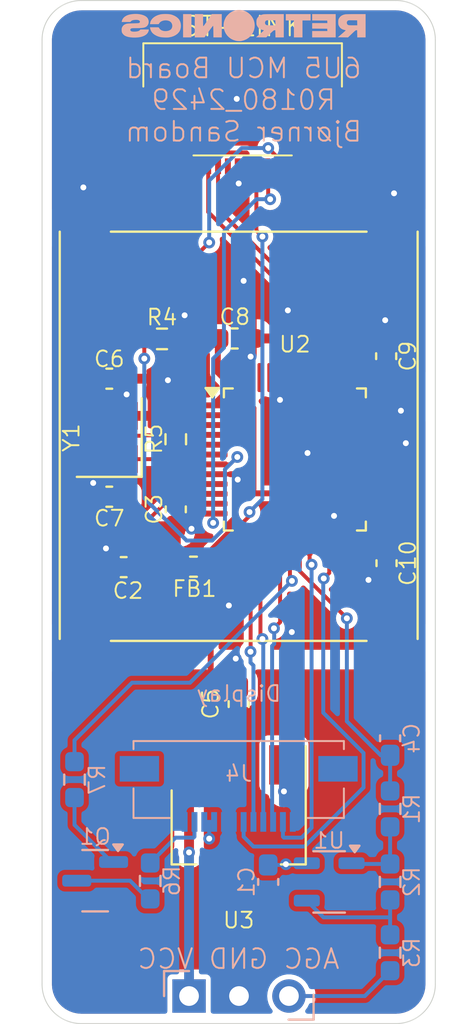
<source format=kicad_pcb>
(kicad_pcb (version 20240108) (generator "pcbnew") (generator_version "8.0")
  (layers (0 "F.Cu" signal) (31 "B.Cu" signal) (34 "B.Paste" user) (35 "F.Paste" user) (36 "B.SilkS" user "B.Silkscreen") (37 "F.SilkS" user "F.Silkscreen") (38 "B.Mask" user) (39 "F.Mask" user) (44 "Edge.Cuts" user))
  (net 0 "")
  (net 1 "GND")
  (net 2 "+3.3V")
  (net 3 "Net-(U2-3V3A)")
  (net 4 "AGC_INV")
  (net 5 "Net-(U2-OSC_8M_A)")
  (net 6 "Net-(U2-OSC_8M_B)")
  (net 7 "Net-(J1-Pin_1)")
  (net 8 "/AGC")
  (net 9 "TX2")
  (net 11 "~{RESET}")
  (net 12 "RX2")
  (net 13 "SWCLK")
  (net 14 "SWDIO")
  (net 15 "DISP_SCL")
  (net 16 "DISP_RST")
  (net 17 "DISP_CS")
  (net 18 "DISP_SDA")
  (net 19 "DISP_DC")
  (net 20 "Net-(Q1-C)")
  (net 21 "Net-(Q1-B)")
  (net 22 "Net-(R1-Pad1)")
  (net 23 "Net-(U1--)")
  (net 46 "DISP_LEDK")
  (net 47 "DISP_BLK")
  (footprint "Capacitor_SMD:C_0603_1608Metric_Pad1.08x0.95mm_HandSolder" (layer "F.Cu") (at 149.8 65.178125)
    (property "Reference" "C8" (at 0 -1.1 0) (layer "F.SilkS") (effects (font (size 0.8 0.8) (thickness 0.1))))
    (property "Value" "100nF")
    (pad "1" smd roundrect (at -0.8625 0) (size 1.075 0.95) (layers "F.Cu" "F.Paste" "F.Mask") (net 2 "+3.3V"))
    (pad "2" smd roundrect (at 0.8625 0) (size 1.075 0.95) (layers "F.Cu" "F.Paste" "F.Mask") (net 1 "GND"))
  )
  (footprint "Capacitor_SMD:C_0603_1608Metric_Pad1.08x0.95mm_HandSolder" (layer "F.Cu") (at 157.5 66.078125 90)
    (property "Reference" "C9" (at 0 1.1 90) (layer "F.SilkS") (effects (font (size 0.8 0.8) (thickness 0.1))))
    (property "Value" "100nF")
    (pad "1" smd roundrect (at -0.8625 0 90) (size 1.075 0.95) (layers "F.Cu" "F.Paste" "F.Mask") (net 2 "+3.3V"))
    (pad "2" smd roundrect (at 0.8625 0 90) (size 1.075 0.95) (layers "F.Cu" "F.Paste" "F.Mask") (net 1 "GND"))
  )
  (footprint "Retronics_Hardware:EMI_Shield_MS207-10S" (layer "F.Cu") (at 155.7 59.75 -90)
    (property "Reference" "J2" (hide yes))
    (property "Value" "EMI Shield")
    (pad "1" smd roundrect (at -0.2 -2.1) (size 2.286 1.524) (layers "F.Cu" "F.Paste" "F.Mask") (net 1 "GND"))
    (pad "1" smd roundrect (at -0.2 13.5) (size 2.286 1.524) (layers "F.Cu" "F.Paste" "F.Mask") (net 1 "GND"))
    (pad "1" smd roundrect (at 20.9 -2.1) (size 2.286 1.524) (layers "F.Cu" "F.Paste" "F.Mask") (net 1 "GND"))
    (pad "1" smd roundrect (at 20.9 13.5) (size 2.286 1.524) (layers "F.Cu" "F.Paste" "F.Mask") (net 1 "GND"))
  )
  (footprint "Inductor_SMD:L_0603_1608Metric_Pad1.05x0.95mm_HandSolder" (layer "F.Cu") (at 147.7 76.778125)
    (property "Reference" "FB1" (at 0.05 1.121875 0) (layer "F.SilkS") (effects (font (size 0.8 0.8) (thickness 0.1))))
    (property "Value" "1kΩ@100MHz 500mΩ@DC")
    (pad "1" smd roundrect (at -0.875 0) (size 1.05 0.95) (layers "F.Cu" "F.Paste" "F.Mask") (net 3 "Net-(U2-3V3A)"))
    (pad "2" smd roundrect (at 0.875 0) (size 1.05 0.95) (layers "F.Cu" "F.Paste" "F.Mask") (net 2 "+3.3V"))
  )
  (footprint "Retronics_IC_Power:SOT-223-3_TabPin2" (layer "F.Cu") (at 150 90 -90)
    (property "Reference" "U3" (at 4.75 0 180) (layer "F.SilkS") (effects (font (size 0.8 0.8) (thickness 0.1))))
    (property "Value" "NCP1117-3.3_SOT223")
    (pad "1" smd rect (at -3.15 -2.3 270) (size 2 1.5) (layers "F.Cu" "F.Paste" "F.Mask") (net 1 "GND"))
    (pad "2" smd rect (at -3.15 0 270) (size 2 1.5) (layers "F.Cu" "F.Paste" "F.Mask") (net 2 "+3.3V"))
    (pad "2" smd rect (at 3.15 0 270) (size 2 3.8) (layers "F.Cu" "F.Paste" "F.Mask") (net 2 "+3.3V"))
    (pad "3" smd rect (at -3.15 2.3 270) (size 2 1.5) (layers "F.Cu" "F.Paste" "F.Mask") (net 7 "Net-(J1-Pin_1)"))
  )
  (footprint "Capacitor_SMD:C_0603_1608Metric_Pad1.08x0.95mm_HandSolder" (layer "F.Cu") (at 144.15 76.8)
    (property "Reference" "C2" (at 0.21875 1.2 0) (layer "F.SilkS") (effects (font (size 0.8 0.8) (thickness 0.1))))
    (property "Value" "10µF")
    (pad "1" smd roundrect (at -0.8625 0) (size 1.075 0.95) (layers "F.Cu" "F.Paste" "F.Mask") (net 1 "GND"))
    (pad "2" smd roundrect (at 0.8625 0) (size 1.075 0.95) (layers "F.Cu" "F.Paste" "F.Mask") (net 3 "Net-(U2-3V3A)"))
  )
  (footprint "Capacitor_SMD:C_0603_1608Metric_Pad1.08x0.95mm_HandSolder" (layer "F.Cu") (at 143.41875 73.221875)
    (property "Reference" "C7" (at 0 1.1 0) (layer "F.SilkS") (effects (font (size 0.8 0.8) (thickness 0.1))))
    (property "Value" "20pF")
    (pad "1" smd roundrect (at -0.8625 0) (size 1.075 0.95) (layers "F.Cu" "F.Paste" "F.Mask") (net 1 "GND"))
    (pad "2" smd roundrect (at 0.8625 0) (size 1.075 0.95) (layers "F.Cu" "F.Paste" "F.Mask") (net 6 "Net-(U2-OSC_8M_B)"))
  )
  (footprint "Crystal:Crystal_SMD_3225-4Pin_3.2x2.5mm" (layer "F.Cu") (at 143.41875 70.2125 90)
    (property "Reference" "Y1" (at -0.009375 -1.93125 -90) (layer "F.SilkS") (effects (font (size 0.8 0.8) (thickness 0.1))))
    (property "Value" "XC32M4-8.000 12pF")
    (pad "1" smd rect (at -1.1 0.85 90) (size 1.4 1.2) (layers "F.Cu" "F.Paste" "F.Mask") (net 6 "Net-(U2-OSC_8M_B)"))
    (pad "2" smd rect (at 1.1 0.85 90) (size 1.4 1.2) (layers "F.Cu" "F.Paste" "F.Mask") (net 1 "GND"))
    (pad "3" smd rect (at 1.1 -0.85 90) (size 1.4 1.2) (layers "F.Cu" "F.Paste" "F.Mask") (net 5 "Net-(U2-OSC_8M_A)"))
    (pad "4" smd rect (at -1.1 -0.85 90) (size 1.4 1.2) (layers "F.Cu" "F.Paste" "F.Mask") (net 1 "GND"))
  )
  (footprint "myDevices:0527450897" (layer "F.Cu") (at 150.2 53.5 180)
    (property "Reference" "J3" (hide yes))
    (property "Value" "FFC8" (hide yes))
    (pad "1" smd rect (at -1.75 -2.925 180) (size 0.3 0.8) (layers "F.Cu" "F.Paste" "F.Mask") (net 2 "+3.3V"))
    (pad "2" smd rect (at -1.25 -2.925 180) (size 0.3 0.8) (layers "F.Cu" "F.Paste" "F.Mask") (net 9 "TX2"))
    (pad "3" smd rect (at -0.75 -2.925 180) (size 0.3 0.8) (layers "F.Cu" "F.Paste" "F.Mask") (net 12 "RX2"))
    (pad "4" smd rect (at -0.25 -2.925 180) (size 0.3 0.8) (layers "F.Cu" "F.Paste" "F.Mask") (net 11 "~{RESET}"))
    (pad "5" smd rect (at 0.25 -2.925 180) (size 0.3 0.8) (layers "F.Cu" "F.Paste" "F.Mask") (net 1 "GND"))
    (pad "6" smd rect (at 0.75 -2.925 180) (size 0.3 0.8) (layers "F.Cu" "F.Paste" "F.Mask"))
    (pad "7" smd rect (at 1.25 -2.925 180) (size 0.3 0.8) (layers "F.Cu" "F.Paste" "F.Mask") (net 14 "SWDIO"))
    (pad "8" smd rect (at 1.75 -2.925 180) (size 0.3 0.8) (layers "F.Cu" "F.Paste" "F.Mask") (net 13 "SWCLK"))
    (pad "9" smd rect (at -4.2 -1 180) (size 2.4 3.05) (layers "F.Cu" "F.Paste" "F.Mask"))
    (pad "10" smd rect (at 4.2 -1 180) (size 2.4 3.05) (layers "F.Cu" "F.Paste" "F.Mask"))
  )
  (footprint "Resistor_SMD:R_0603_1608Metric_Pad0.98x0.95mm_HandSolder" (layer "F.Cu") (at 146.8 70.3 90)
    (property "Reference" "R5" (at 0.0125 -1.10625 90) (layer "F.SilkS") (effects (font (size 0.8 0.8) (thickness 0.1))))
    (property "Value" "1MΩ")
    (pad "1" smd roundrect (at -0.9125 0 90) (size 0.975 0.95) (layers "F.Cu" "F.Paste" "F.Mask") (net 6 "Net-(U2-OSC_8M_B)"))
    (pad "2" smd roundrect (at 0.9125 0 90) (size 0.975 0.95) (layers "F.Cu" "F.Paste" "F.Mask") (net 5 "Net-(U2-OSC_8M_A)"))
  )
  (footprint "Package_QFP:LQFP-48_7x7mm_P0.5mm" (layer "F.Cu") (at 152.85625 71.328125)
    (property "Reference" "U2" (at 0 -5.85 0) (layer "F.SilkS") (effects (font (size 0.8 0.8) (thickness 0.1))))
    (property "Value" "STM32F103CBTx")
    (pad "1" smd roundrect (at -4.1625 -2.75) (size 1.475 0.3) (layers "F.Cu" "F.Paste" "F.Mask") (net 2 "+3.3V"))
    (pad "2" smd roundrect (at -4.1625 -2.25) (size 1.475 0.3) (layers "F.Cu" "F.Paste" "F.Mask"))
    (pad "3" smd roundrect (at -4.1625 -1.75) (size 1.475 0.3) (layers "F.Cu" "F.Paste" "F.Mask"))
    (pad "4" smd roundrect (at -4.1625 -1.25) (size 1.475 0.3) (layers "F.Cu" "F.Paste" "F.Mask"))
    (pad "5" smd roundrect (at -4.1625 -0.75) (size 1.475 0.3) (layers "F.Cu" "F.Paste" "F.Mask") (net 5 "Net-(U2-OSC_8M_A)"))
    (pad "6" smd roundrect (at -4.1625 -0.25) (size 1.475 0.3) (layers "F.Cu" "F.Paste" "F.Mask") (net 6 "Net-(U2-OSC_8M_B)"))
    (pad "7" smd roundrect (at -4.1625 0.25) (size 1.475 0.3) (layers "F.Cu" "F.Paste" "F.Mask") (net 11 "~{RESET}"))
    (pad "8" smd roundrect (at -4.1625 0.75) (size 1.475 0.3) (layers "F.Cu" "F.Paste" "F.Mask") (net 1 "GND"))
    (pad "9" smd roundrect (at -4.1625 1.25) (size 1.475 0.3) (layers "F.Cu" "F.Paste" "F.Mask") (net 3 "Net-(U2-3V3A)"))
    (pad "10" smd roundrect (at -4.1625 1.75) (size 1.475 0.3) (layers "F.Cu" "F.Paste" "F.Mask"))
    (pad "11" smd roundrect (at -4.1625 2.25) (size 1.475 0.3) (layers "F.Cu" "F.Paste" "F.Mask"))
    (pad "12" smd roundrect (at -4.1625 2.75) (size 1.475 0.3) (layers "F.Cu" "F.Paste" "F.Mask") (net 9 "TX2"))
    (pad "13" smd roundrect (at -2.75 4.1625) (size 0.3 1.475) (layers "F.Cu" "F.Paste" "F.Mask") (net 12 "RX2"))
    (pad "14" smd roundrect (at -2.25 4.1625) (size 0.3 1.475) (layers "F.Cu" "F.Paste" "F.Mask") (net 17 "DISP_CS"))
    (pad "15" smd roundrect (at -1.75 4.1625) (size 0.3 1.475) (layers "F.Cu" "F.Paste" "F.Mask") (net 15 "DISP_SCL"))
    (pad "16" smd roundrect (at -1.25 4.1625) (size 0.3 1.475) (layers "F.Cu" "F.Paste" "F.Mask"))
    (pad "17" smd roundrect (at -0.75 4.1625) (size 0.3 1.475) (layers "F.Cu" "F.Paste" "F.Mask") (net 18 "DISP_SDA"))
    (pad "18" smd roundrect (at -0.25 4.1625) (size 0.3 1.475) (layers "F.Cu" "F.Paste" "F.Mask") (net 47 "DISP_BLK"))
    (pad "19" smd roundrect (at 0.25 4.1625) (size 0.3 1.475) (layers "F.Cu" "F.Paste" "F.Mask") (net 4 "AGC_INV"))
    (pad "20" smd roundrect (at 0.75 4.1625) (size 0.3 1.475) (layers "F.Cu" "F.Paste" "F.Mask") (net 16 "DISP_RST"))
    (pad "21" smd roundrect (at 1.25 4.1625) (size 0.3 1.475) (layers "F.Cu" "F.Paste" "F.Mask"))
    (pad "22" smd roundrect (at 1.75 4.1625) (size 0.3 1.475) (layers "F.Cu" "F.Paste" "F.Mask") (net 19 "DISP_DC"))
    (pad "23" smd roundrect (at 2.25 4.1625) (size 0.3 1.475) (layers "F.Cu" "F.Paste" "F.Mask") (net 1 "GND"))
    (pad "24" smd roundrect (at 2.75 4.1625) (size 0.3 1.475) (layers "F.Cu" "F.Paste" "F.Mask") (net 2 "+3.3V"))
    (pad "25" smd roundrect (at 4.1625 2.75) (size 1.475 0.3) (layers "F.Cu" "F.Paste" "F.Mask"))
    (pad "26" smd roundrect (at 4.1625 2.25) (size 1.475 0.3) (layers "F.Cu" "F.Paste" "F.Mask"))
    (pad "27" smd roundrect (at 4.1625 1.75) (size 1.475 0.3) (layers "F.Cu" "F.Paste" "F.Mask"))
    (pad "28" smd roundrect (at 4.1625 1.25) (size 1.475 0.3) (layers "F.Cu" "F.Paste" "F.Mask"))
    (pad "29" smd roundrect (at 4.1625 0.75) (size 1.475 0.3) (layers "F.Cu" "F.Paste" "F.Mask"))
    (pad "30" smd roundrect (at 4.1625 0.25) (size 1.475 0.3) (layers "F.Cu" "F.Paste" "F.Mask"))
    (pad "31" smd roundrect (at 4.1625 -0.25) (size 1.475 0.3) (layers "F.Cu" "F.Paste" "F.Mask"))
    (pad "32" smd roundrect (at 4.1625 -0.75) (size 1.475 0.3) (layers "F.Cu" "F.Paste" "F.Mask"))
    (pad "33" smd roundrect (at 4.1625 -1.25) (size 1.475 0.3) (layers "F.Cu" "F.Paste" "F.Mask"))
    (pad "34" smd roundrect (at 4.1625 -1.75) (size 1.475 0.3) (layers "F.Cu" "F.Paste" "F.Mask") (net 14 "SWDIO"))
    (pad "35" smd roundrect (at 4.1625 -2.25) (size 1.475 0.3) (layers "F.Cu" "F.Paste" "F.Mask") (net 1 "GND"))
    (pad "36" smd roundrect (at 4.1625 -2.75) (size 1.475 0.3) (layers "F.Cu" "F.Paste" "F.Mask") (net 2 "+3.3V"))
    (pad "37" smd roundrect (at 2.75 -4.1625) (size 0.3 1.475) (layers "F.Cu" "F.Paste" "F.Mask") (net 13 "SWCLK"))
    (pad "38" smd roundrect (at 2.25 -4.1625) (size 0.3 1.475) (layers "F.Cu" "F.Paste" "F.Mask"))
    (pad "39" smd roundrect (at 1.75 -4.1625) (size 0.3 1.475) (layers "F.Cu" "F.Paste" "F.Mask"))
    (pad "40" smd roundrect (at 1.25 -4.1625) (size 0.3 1.475) (layers "F.Cu" "F.Paste" "F.Mask"))
    (pad "41" smd roundrect (at 0.75 -4.1625) (size 0.3 1.475) (layers "F.Cu" "F.Paste" "F.Mask"))
    (pad "42" smd roundrect (at 0.25 -4.1625) (size 0.3 1.475) (layers "F.Cu" "F.Paste" "F.Mask"))
    (pad "43" smd roundrect (at -0.25 -4.1625) (size 0.3 1.475) (layers "F.Cu" "F.Paste" "F.Mask"))
    (pad "44" smd roundrect (at -0.75 -4.1625) (size 0.3 1.475) (layers "F.Cu" "F.Paste" "F.Mask") (net 1 "GND"))
    (pad "45" smd roundrect (at -1.25 -4.1625) (size 0.3 1.475) (layers "F.Cu" "F.Paste" "F.Mask"))
    (pad "46" smd roundrect (at -1.75 -4.1625) (size 0.3 1.475) (layers "F.Cu" "F.Paste" "F.Mask"))
    (pad "47" smd roundrect (at -2.25 -4.1625) (size 0.3 1.475) (layers "F.Cu" "F.Paste" "F.Mask") (net 1 "GND"))
    (pad "48" smd roundrect (at -2.75 -4.1625) (size 0.3 1.475) (layers "F.Cu" "F.Paste" "F.Mask") (net 2 "+3.3V"))
  )
  (footprint "Resistor_SMD:R_0603_1608Metric_Pad0.98x0.95mm_HandSolder" (layer "F.Cu") (at 146.1 65.2)
    (property "Reference" "R4" (at 0 -1.1 0) (layer "F.SilkS") (effects (font (size 0.8 0.8) (thickness 0.1))))
    (property "Value" "10kΩ")
    (pad "1" smd roundrect (at -0.9125 0) (size 0.975 0.95) (layers "F.Cu" "F.Paste" "F.Mask") (net 11 "~{RESET}"))
    (pad "2" smd roundrect (at 0.9125 0) (size 0.975 0.95) (layers "F.Cu" "F.Paste" "F.Mask") (net 2 "+3.3V"))
  )
  (footprint "Capacitor_SMD:C_0603_1608Metric_Pad1.08x0.95mm_HandSolder" (layer "F.Cu") (at 157.51875 76.6 -90)
    (property "Reference" "C10" (at 0 -1.08125 90) (layer "F.SilkS") (effects (font (size 0.8 0.8) (thickness 0.1))))
    (property "Value" "100nF")
    (pad "1" smd roundrect (at -0.8625 0 270) (size 1.075 0.95) (layers "F.Cu" "F.Paste" "F.Mask") (net 2 "+3.3V"))
    (pad "2" smd roundrect (at 0.8625 0 270) (size 1.075 0.95) (layers "F.Cu" "F.Paste" "F.Mask") (net 1 "GND"))
  )
  (footprint "Capacitor_SMD:C_0603_1608Metric_Pad1.08x0.95mm_HandSolder" (layer "F.Cu") (at 146.8 73.8625 90)
    (property "Reference" "C3" (at 0 -1.1 90) (layer "F.SilkS") (effects (font (size 0.8 0.8) (thickness 0.1))))
    (property "Value" "100nF")
    (pad "1" smd roundrect (at -0.8625 0 90) (size 1.075 0.95) (layers "F.Cu" "F.Paste" "F.Mask") (net 1 "GND"))
    (pad "2" smd roundrect (at 0.8625 0 90) (size 1.075 0.95) (layers "F.Cu" "F.Paste" "F.Mask") (net 3 "Net-(U2-3V3A)"))
  )
  (footprint "Capacitor_SMD:C_0603_1608Metric_Pad1.08x0.95mm_HandSolder" (layer "F.Cu") (at 143.41875 67.221875 180)
    (property "Reference" "C6" (at 0 1 0) (layer "F.SilkS") (effects (font (size 0.8 0.8) (thickness 0.1))))
    (property "Value" "20pF")
    (pad "1" smd roundrect (at -0.8625 0 180) (size 1.075 0.95) (layers "F.Cu" "F.Paste" "F.Mask") (net 1 "GND"))
    (pad "2" smd roundrect (at 0.8625 0 180) (size 1.075 0.95) (layers "F.Cu" "F.Paste" "F.Mask") (net 5 "Net-(U2-OSC_8M_A)"))
  )
  (footprint "Retronics_Passives:C_0603_1608Metric_Pad1.08x0.95mm_HandSolder" (layer "F.Cu") (at 150 83.7625 90)
    (property "Reference" "C5" (at 0 -1.43 90) (layer "F.SilkS") (effects (font (size 0.8 0.8) (thickness 0.1))))
    (property "Value" "10µF")
    (pad "1" smd roundrect (at -0.8625 0 90) (size 1.075 0.95) (layers "F.Cu" "F.Paste" "F.Mask") (net 2 "+3.3V"))
    (pad "2" smd roundrect (at 0.8625 0 90) (size 1.075 0.95) (layers "F.Cu" "F.Paste" "F.Mask") (net 1 "GND"))
  )
  (footprint "Resistor_SMD:R_0603_1608Metric_Pad0.98x0.95mm_HandSolder" (layer "B.Cu") (at 141.65 87.6 -90)
    (property "Reference" "R7" (at 0 -1.15 90) (layer "B.SilkS") (effects (font (size 0.8 0.8) (thickness 0.1)) (justify mirror)))
    (property "Value" "1kΩ")
    (pad "1" smd roundrect (at -0.9125 0 270) (size 0.975 0.95) (layers "B.Cu" "B.Paste" "B.Mask") (net 47 "DISP_BLK"))
    (pad "2" smd roundrect (at 0.9125 0 270) (size 0.975 0.95) (layers "B.Cu" "B.Paste" "B.Mask") (net 21 "Net-(Q1-B)"))
  )
  (footprint "Retronics_Passives:R_0603_1608Metric_Pad0.98x0.95mm_HandSolder" (layer "B.Cu") (at 157.7 96.4 -90)
    (property "Reference" "R3" (at 0 -1.1 90) (layer "B.SilkS") (effects (font (size 0.8 0.8) (thickness 0.1)) (justify mirror)))
    (property "Value" "15MΩ")
    (pad "1" smd roundrect (at -0.9125 0 270) (size 0.975 0.95) (layers "B.Cu" "B.Paste" "B.Mask") (net 23 "Net-(U1--)"))
    (pad "2" smd roundrect (at 0.9125 0 270) (size 0.975 0.95) (layers "B.Cu" "B.Paste" "B.Mask") (net 8 "/AGC"))
  )
  (footprint "Icons_Graphics:retronics_logo_14mm" (layer "B.Cu") (at 150.246672 49.25 180)
    (property "Reference" "G***" (hide yes))
    (property "Value" "LOGO" (hide yes))
  )
  (footprint "Retronics_Passives:R_0603_1608Metric_Pad0.98x0.95mm_HandSolder" (layer "B.Cu") (at 157.7 89.0875 90)
    (property "Reference" "R1" (at 0 1.1 90) (layer "B.SilkS") (effects (font (size 0.8 0.8) (thickness 0.1)) (justify mirror)))
    (property "Value" "10kΩ")
    (pad "1" smd roundrect (at -0.9125 0 90) (size 0.975 0.95) (layers "B.Cu" "B.Paste" "B.Mask") (net 22 "Net-(R1-Pad1)"))
    (pad "2" smd roundrect (at 0.9125 0 90) (size 0.975 0.95) (layers "B.Cu" "B.Paste" "B.Mask") (net 4 "AGC_INV"))
  )
  (footprint "Retronics_Passives:C_0603_1608Metric_Pad1.08x0.95mm_HandSolder" (layer "B.Cu") (at 151.5 92.8 90)
    (property "Reference" "C1" (at 0 -1.1 90) (layer "B.SilkS") (effects (font (size 0.8 0.8) (thickness 0.1)) (justify mirror)))
    (property "Value" "100nF")
    (pad "1" smd roundrect (at -0.8625 0 90) (size 1.075 0.95) (layers "B.Cu" "B.Paste" "B.Mask") (net 1 "GND"))
    (pad "2" smd roundrect (at 0.8625 0 90) (size 1.075 0.95) (layers "B.Cu" "B.Paste" "B.Mask") (net 2 "+3.3V"))
  )
  (footprint "Retronics_Discrete:SOT-23" (layer "B.Cu") (at 142.7 92.7375 180)
    (property "Reference" "Q1" (at 0 2.2375 0) (layer "B.SilkS") (effects (font (size 0.8 0.8) (thickness 0.1)) (justify mirror)))
    (property "Value" "BC847C")
    (pad "1" smd roundrect (at -0.9375 0.95 180) (size 1.475 0.6) (layers "B.Cu" "B.Paste" "B.Mask") (net 21 "Net-(Q1-B)"))
    (pad "2" smd roundrect (at -0.9375 -0.95 180) (size 1.475 0.6) (layers "B.Cu" "B.Paste" "B.Mask") (net 1 "GND"))
    (pad "3" smd roundrect (at 0.9375 0 180) (size 1.475 0.6) (layers "B.Cu" "B.Paste" "B.Mask") (net 20 "Net-(Q1-C)"))
  )
  (footprint "Retronics_Connectors:505110-1292" (layer "B.Cu") (at 150 87.295)
    (property "Reference" "J4" (at 0 0 0) (layer "B.SilkS") (effects (font (size 0.8 0.8) (thickness 0.1)) (justify mirror)))
    (property "Value" "Display interface" (hide yes))
    (pad "1" smd rect (at -2.75 2.455) (size 0.3 1) (layers "B.Cu" "B.Paste" "B.Mask") (net 1 "GND"))
    (pad "2" smd rect (at -2.25 2.455) (size 0.3 1) (layers "B.Cu" "B.Paste" "B.Mask") (net 46 "DISP_LEDK"))
    (pad "3" smd rect (at -1.75 2.455) (size 0.3 1) (layers "B.Cu" "B.Paste" "B.Mask") (net 2 "+3.3V"))
    (pad "4" smd rect (at -1.25 2.455) (size 0.3 1) (layers "B.Cu" "B.Paste" "B.Mask") (net 2 "+3.3V"))
    (pad "5" smd rect (at -0.75 2.455) (size 0.3 1) (layers "B.Cu" "B.Paste" "B.Mask") (net 1 "GND"))
    (pad "6" smd rect (at -0.25 2.455) (size 0.3 1) (layers "B.Cu" "B.Paste" "B.Mask") (net 1 "GND"))
    (pad "7" smd rect (at 0.25 2.455) (size 0.3 1) (layers "B.Cu" "B.Paste" "B.Mask") (net 19 "DISP_DC"))
    (pad "8" smd rect (at 0.75 2.455) (size 0.3 1) (layers "B.Cu" "B.Paste" "B.Mask") (net 17 "DISP_CS"))
    (pad "9" smd rect (at 1.25 2.455) (size 0.3 1) (layers "B.Cu" "B.Paste" "B.Mask") (net 15 "DISP_SCL"))
    (pad "10" smd rect (at 1.75 2.455) (size 0.3 1) (layers "B.Cu" "B.Paste" "B.Mask") (net 18 "DISP_SDA"))
    (pad "11" smd rect (at 2.25 2.455) (size 0.3 1) (layers "B.Cu" "B.Paste" "B.Mask") (net 16 "DISP_RST"))
    (pad "12" smd rect (at 2.75 2.455) (size 0.3 1) (layers "B.Cu" "B.Paste" "B.Mask") (net 1 "GND"))
    (pad "MP1" smd rect (at -5.05 -0.245 270) (size 1.3 2) (layers "B.Cu" "B.Paste" "B.Mask"))
    (pad "MP2" smd rect (at 5.05 -0.245 270) (size 1.3 2) (layers "B.Cu" "B.Paste" "B.Mask"))
  )
  (footprint "Retronics_IC:SOT-23-5" (layer "B.Cu") (at 154.6 92.8 180)
    (property "Reference" "U1" (at 0 2.1 0) (layer "B.SilkS") (effects (font (size 0.8 0.8) (thickness 0.1)) (justify mirror)))
    (property "Value" "MCP6001T-I/OT")
    (pad "1" smd roundrect (at -1.1375 0.95 180) (size 1.325 0.6) (layers "B.Cu" "B.Paste" "B.Mask") (net 22 "Net-(R1-Pad1)"))
    (pad "2" smd roundrect (at -1.1375 0 180) (size 1.325 0.6) (layers "B.Cu" "B.Paste" "B.Mask") (net 1 "GND"))
    (pad "3" smd roundrect (at -1.1375 -0.95 180) (size 1.325 0.6) (layers "B.Cu" "B.Paste" "B.Mask") (net 1 "GND"))
    (pad "4" smd roundrect (at 1.1375 -0.95 180) (size 1.325 0.6) (layers "B.Cu" "B.Paste" "B.Mask") (net 23 "Net-(U1--)"))
    (pad "5" smd roundrect (at 1.1375 0.95 180) (size 1.325 0.6) (layers "B.Cu" "B.Paste" "B.Mask") (net 2 "+3.3V"))
  )
  (footprint "Retronics_Passives:R_0603_1608Metric_Pad0.98x0.95mm_HandSolder" (layer "B.Cu") (at 157.7 92.8 90)
    (property "Reference" "R2" (at 0 1.1 90) (layer "B.SilkS") (effects (font (size 0.8 0.8) (thickness 0.1)) (justify mirror)))
    (property "Value" "2.2MΩ")
    (pad "1" smd roundrect (at -0.9125 0 90) (size 0.975 0.95) (layers "B.Cu" "B.Paste" "B.Mask") (net 23 "Net-(U1--)"))
    (pad "2" smd roundrect (at 0.9125 0 90) (size 0.975 0.95) (layers "B.Cu" "B.Paste" "B.Mask") (net 22 "Net-(R1-Pad1)"))
  )
  (footprint "Retronics_Connectors:PinHeader_1x03_P2.54mm_Horizontal_Alt" (layer "B.Cu") (at 147.475 98.6 -90)
    (property "Reference" "J1" (hide yes))
    (property "Value" "Pin header" (hide yes))
    (pad "1" thru_hole rect (at 0 0 270) (size 1.7 1.7) (drill 1) (layers "*.Cu" "*.Mask") (net 7 "Net-(J1-Pin_1)"))
    (pad "2" thru_hole oval (at 0 -2.54 270) (size 1.7 1.7) (drill 1) (layers "*.Cu" "*.Mask") (net 1 "GND"))
    (pad "3" thru_hole oval (at 0 -5.08 270) (size 1.7 1.7) (drill 1) (layers "*.Cu" "*.Mask") (net 8 "/AGC"))
  )
  (footprint "Resistor_SMD:R_0603_1608Metric_Pad0.98x0.95mm_HandSolder" (layer "B.Cu") (at 145.5 92.75 90)
    (property "Reference" "R6" (at 0 1.1 90) (layer "B.SilkS") (effects (font (size 0.8 0.8) (thickness 0.1)) (justify mirror)))
    (property "Value" "10Ω")
    (pad "1" smd roundrect (at -0.9125 0 90) (size 0.975 0.95) (layers "B.Cu" "B.Paste" "B.Mask") (net 20 "Net-(Q1-C)"))
    (pad "2" smd roundrect (at 0.9125 0 90) (size 0.975 0.95) (layers "B.Cu" "B.Paste" "B.Mask") (net 46 "DISP_LEDK"))
  )
  (footprint "Retronics_Passives:C_0603_1608Metric_Pad1.08x0.95mm_HandSolder" (layer "B.Cu") (at 157.7 85.5 90)
    (property "Reference" "C4" (at 0 1.1 90) (layer "B.SilkS") (effects (font (size 0.8 0.8) (thickness 0.1)) (justify mirror)))
    (property "Value" "10µF")
    (pad "1" smd roundrect (at -0.8625 0 90) (size 1.075 0.95) (layers "B.Cu" "B.Paste" "B.Mask") (net 4 "AGC_INV"))
    (pad "2" smd roundrect (at 0.8625 0 90) (size 1.075 0.95) (layers "B.Cu" "B.Paste" "B.Mask") (net 1 "GND"))
  )
  (gr_arc (start 158 48) (mid 159.414214 48.585786) (end 160 50) (stroke (width 0.05)) (layer "Edge.Cuts"))
  (gr_arc (start 160 98) (mid 159.414214 99.414214) (end 158 100) (stroke (width 0.05)) (layer "Edge.Cuts"))
  (gr_line (start 160 50) (end 160 98) (stroke (width 0.05)) (layer "Edge.Cuts"))
  (gr_arc (start 140 50) (mid 140.585786 48.585786) (end 142 48) (stroke (width 0.05)) (layer "Edge.Cuts"))
  (gr_arc (start 142 100) (mid 140.585786 99.414214) (end 140 98) (stroke (width 0.05)) (layer "Edge.Cuts"))
  (gr_line (start 142 48) (end 158 48) (stroke (width 0.05)) (layer "Edge.Cuts"))
  (gr_line (start 140 98) (end 140 50) (stroke (width 0.05)) (layer "Edge.Cuts"))
  (gr_line (start 158 100) (end 142 100) (stroke (width 0.05)) (layer "Edge.Cuts"))
  (gr_text "6U5 MCU Board\nR0180_2429\nBjørner Sandom\n" (at 150.25 55.25 0) (layer "B.SilkS") (effects (font (size 1 1) (thickness 0.1)) (justify bottom mirror)))
  (gr_text "AGC GND VCC" (at 155.2 97.3 0) (layer "B.SilkS") (effects (font (size 1 1) (thickness 0.1)) (justify left bottom mirror)))
  (gr_text "Display" (at 150 83.7 0) (layer "B.SilkS") (effects (font (size 0.8 0.8) (thickness 0.1)) (justify bottom mirror)))
  (gr_text "ST-LINK" (at 147.007143 49.9 0) (layer "F.SilkS") (effects (font (size 1 1) (thickness 0.1)) (justify left bottom)))
  (segment (start 150 81.6) (end 150 82.9) (width 0.2) (layer "F.Cu") (net 1))
  (segment (start 146.8 74.725) (end 147.475 74.725) (width 0.2) (layer "F.Cu") (net 1))
  (segment (start 150.4875 65.98125) (end 150.4875 65.234375) (width 0.2) (layer "F.Cu") (net 1))
  (segment (start 142.6 72.521875) (end 142.55625 72.478125) (width 0.2) (layer "F.Cu") (net 1))
  (segment (start 157.5 65.215625) (end 157.5 64.3) (width 0.2) (layer "F.Cu") (net 1))
  (segment (start 157.51875 77.4625) (end 156.6125 77.4625) (width 0.2) (layer "F.Cu") (net 1))
  (segment (start 155.10625 75.490625) (end 155.10625 76.39375) (width 0.2) (layer "F.Cu") (net 1))
  (segment (start 143.2875 76.8) (end 143.2875 75.8875) (width 0.2) (layer "F.Cu") (net 1))
  (segment (start 155.10625 74.453456) (end 155.10625 75.490625) (width 0.2) (layer "F.Cu") (net 1))
  (segment (start 144.26875 69.1125) (end 144.26875 68.053125) (width 0.2) (layer "F.Cu") (net 1))
  (segment (start 152.10625 67.165625) (end 152.10625 68.29375) (width 0.2) (layer "F.Cu") (net 1))
  (segment (start 142.55625 71.325) (end 142.56875 71.3125) (width 0.2) (layer "F.Cu") (net 1))
  (segment (start 144.26875 67.990625) (end 144.26875 67.234375) (width 0.2) (layer "F.Cu") (net 1))
  (segment (start 158.021875 69.078125) (end 158.25 68.85) (width 0.2) (layer "F.Cu") (net 1))
  (segment (start 147.475 74.725) (end 147.6 74.85) (width 0.2) (layer "F.Cu") (net 1))
  (segment (start 142.61875 71.734375) (end 142.61875 71.634375) (width 0.2) (layer "F.Cu") (net 1))
  (segment (start 149.678125 72.078125) (end 149.95 72.35) (width 0.2) (layer "F.Cu") (net 1))
  (segment (start 144.26875 67.234375) (end 144.28125 67.221875) (width 0.2) (layer "F.Cu") (net 1))
  (segment (start 150.60625 67.165625) (end 150.60625 65.234375) (width 0.2) (layer "F.Cu") (net 1))
  (segment (start 149.85 81.45) (end 150 81.6) (width 0.2) (layer "F.Cu") (net 1))
  (segment (start 142.55625 72.478125) (end 142.55625 71.325) (width 0.2) (layer "F.Cu") (net 1))
  (segment (start 149.95 56.425) (end 149.95 57.25) (width 0.2) (layer "F.Cu") (net 1))
  (segment (start 152.10625 68.29375) (end 152.1 68.3) (width 0.2) (layer "F.Cu") (net 1))
  (segment (start 152.3 86.85) (end 152.3 88.2) (width 0.5) (layer "F.Cu") (net 1))
  (segment (start 150.60625 66.1) (end 150.4875 65.98125) (width 0.2) (layer "F.Cu") (net 1))
  (segment (start 143.2875 75.8875) (end 143.25 75.85) (width 0.2) (layer "F.Cu") (net 1))
  (segment (start 154.848042 74.195248) (end 155.10625 74.453456) (width 0.2) (layer "F.Cu") (net 1))
  (segment (start 156.6125 77.4625) (end 156.6 77.45) (width 0.2) (layer "F.Cu") (net 1))
  (segment (start 157.5 64.3) (end 157.45 64.25) (width 0.2) (layer "F.Cu") (net 1))
  (segment (start 142.55625 72.565625) (end 142.6 72.521875) (width 0.2) (layer "F.Cu") (net 1))
  (segment (start 144.26875 68.053125) (end 144.3 68.021875) (width 0.2) (layer "F.Cu") (net 1))
  (segment (start 142.55625 73.221875) (end 142.55625 72.565625) (width 0.2) (layer "F.Cu") (net 1))
  (segment (start 149.95 57.25) (end 150 57.3) (width 0.2) (layer "F.Cu") (net 1))
  (segment (start 144.3 68.021875) (end 144.26875 67.990625) (width 0.2) (layer "F.Cu") (net 1))
  (segment (start 157.01875 69.078125) (end 158.021875 69.078125) (width 0.2) (layer "F.Cu") (net 1))
  (segment (start 148.69375 72.078125) (end 149.678125 72.078125) (width 0.2) (layer "F.Cu") (net 1))
  (via (at 147.6 74.85) (size 0.6) (drill 0.3) (layers "F.Cu" "B.Cu") (net 1))
  (via (at 152.5 63.75) (size 0.6) (drill 0.3) (layers "F.Cu" "B.Cu") (net 1))
  (via (at 156.6 77.45) (size 0.6) (drill 0.3) (layers "F.Cu" "B.Cu") (net 1))
  (via (at 149.9 53) (size 0.6) (drill 0.3) (layers "F.Cu" "B.Cu") (net 1))
  (via (at 150.25 62.25) (size 0.6) (drill 0.3) (layers "F.Cu" "B.Cu") (net 1))
  (via (at 143.25 75.85) (size 0.6) (drill 0.3) (layers "F.Cu" "B.Cu") (net 1))
  (via (at 152.3 88.2) (size 0.6) (drill 0.3) (layers "F.Cu" "B.Cu") (net 1))
  (via (at 149.95 72.35) (size 0.6) (drill 0.3) (layers "F.Cu" "B.Cu") (net 1))
  (via (at 157.9 57.8) (size 0.6) (drill 0.3) (layers "F.Cu" "B.Cu") (net 1))
  (via (at 147.25 64) (size 0.6) (drill 0.3) (layers "F.Cu" "B.Cu") (net 1))
  (via (at 144.3 68.021875) (size 0.6) (drill 0.3) (layers "F.Cu" "B.Cu") (net 1))
  (via (at 149.85 81.45) (size 0.6) (drill 0.3) (layers "F.Cu" "B.Cu") (net 1))
  (via (at 154.848042 74.195248) (size 0.6) (drill 0.3) (layers "F.Cu" "B.Cu") (net 1))
  (via (at 142.6 72.521875) (size 0.6) (drill 0.3) (layers "F.Cu" "B.Cu") (net 1))
  (via (at 150 57.3) (size 0.6) (drill 0.3) (layers "F.Cu" "B.Cu") (net 1))
  (via (at 152.1 68.3) (size 0.6) (drill 0.3) (layers "F.Cu" "B.Cu") (net 1))
  (via (at 153.5 71) (size 0.6) (drill 0.3) (layers "F.Cu" "B.Cu") (net 1))
  (via (at 158.25 68.85) (size 0.6) (drill 0.3) (layers "F.Cu" "B.Cu") (net 1))
  (via (at 150.60625 66.1) (size 0.6) (drill 0.3) (layers "F.Cu" "B.Cu") (net 1))
  (via (at 157.45 64.25) (size 0.6) (drill 0.3) (layers "F.Cu" "B.Cu") (net 1))
  (via (at 142.1 57.5) (size 0.6) (drill 0.3) (layers "F.Cu" "B.Cu") (net 1))
  (via (at 152.7 80.1) (size 0.6) (drill 0.3) (layers "F.Cu" "B.Cu") (net 1))
  (via (at 146.4 67.3) (size 0.6) (drill 0.3) (layers "F.Cu" "B.Cu") (net 1))
  (via (at 158.5 70.5) (size 0.6) (drill 0.3) (layers "F.Cu" "B.Cu") (net 1))
  (via (at 149.5 78.75) (size 0.6) (drill 0.3) (layers "F.Cu" "B.Cu") (net 1))
  (segment (start 149.75 89.75) (end 149.25 89.75) (width 0.2) (layer "B.Cu") (net 1))
  (segment (start 148.9375 66.908205) (end 148.9375 65.178125) (width 0.3) (layer "F.Cu") (net 2))
  (segment (start 149.83125 73.51875) (end 150.3 73.05) (width 0.3) (layer "F.Cu") (net 2))
  (segment (start 148 65.178125) (end 147.034375 65.178125) (width 0.2) (layer "F.Cu") (net 2))
  (segment (start 155.6 74.1) (end 155.45 73.95) (width 0.3) (layer "F.Cu") (net 2))
  (segment (start 155.60625 75.490625) (end 156.296875 74.8) (width 0.2) (layer "F.Cu") (net 2))
  (segment (start 148.575 75.975) (end 149.53437 75.01563) (width 0.3) (layer "F.Cu") (net 2))
  (segment (start 156.128125 68.578125) (end 155.995312 68.445312) (width 0.2) (layer "F.Cu") (net 2))
  (segment (start 149.53437 75.01563) (end 149.53437 74.578125) (width 0.3) (layer "F.Cu") (net 2))
  (segment (start 148 60.8) (end 148.5 60.3) (width 0.2) (layer "F.Cu") (net 2))
  (segment (start 155.3 73.05) (end 155.45 72.9) (width 0.3) (layer "F.Cu") (net 2))
  (segment (start 149.53437 74.578125) (end 149.83125 74.281245) (width 0.3) (layer "F.Cu") (net 2))
  (segment (start 150 84.625) (end 148.575 83.2) (width 0.3) (layer "F.Cu") (net 2))
  (segment (start 148.69375 68.578125) (end 149.589648 67.682227) (width 0.3) (layer "F.Cu") (net 2))
  (segment (start 148.9375 65.178125) (end 148 65.178125) (width 0.2) (layer "F.Cu") (net 2))
  (segment (start 148 65.178125) (end 148 60.8) (width 0.2) (layer "F.Cu") (net 2))
  (segment (start 157.2375 75.7375) (end 156.3 74.8) (width 0.3) (layer "F.Cu") (net 2))
  (segment (start 155.45 73.95) (end 155.45 72.9) (width 0.3) (layer "F.Cu") (net 2))
  (segment (start 151.95 55.95) (end 151.95 56.425) (width 0.2) (layer "F.Cu") (net 2))
  (segment (start 148.575 76.778125) (end 148.575 75.975) (width 0.3) (layer "F.Cu") (net 2))
  (segment (start 149.589648 67.560352) (end 148.9375 66.908205) (width 0.3) (layer "F.Cu") (net 2))
  (segment (start 150.75 72.85) (end 150.75 68.720704) (width 0.3) (layer "F.Cu") (net 2))
  (segment (start 157.51875 75.7375) (end 157.2375 75.7375) (width 0.3) (layer "F.Cu") (net 2))
  (segment (start 150.3 73.05) (end 150.55 73.05) (width 0.3) (layer "F.Cu") (net 2))
  (segment (start 147.034375 65.178125) (end 147.0125 65.2) (width 0.2) (layer "F.Cu") (net 2))
  (segment (start 156.296875 74.8) (end 156.3 74.8) (width 0.2) (layer "F.Cu") (net 2))
  (segment (start 148.575 83.2) (end 148.575 76.778125) (width 0.3) (layer "F.Cu") (net 2))
  (segment (start 149.589648 67.682227) (end 149.589648 67.560352) (width 0.3) (layer "F.Cu") (net 2))
  (segment (start 156.3 74.8) (end 155.6 74.1) (width 0.3) (layer "F.Cu") (net 2))
  (segment (start 149.83125 74.281245) (end 149.83125 73.51875) (width 0.3) (layer "F.Cu") (net 2))
  (segment (start 155.45 72.9) (end 155.45 68.990625) (width 0.3) (layer "F.Cu") (net 2))
  (segment (start 151.5 55.5) (end 151.95 55.95) (width 0.2) (layer "F.Cu") (net 2))
  (segment (start 150.55 73.05) (end 155.3 73.05) (width 0.3) (layer "F.Cu") (net 2))
  (segment (start 150.75 68.720704) (end 149.589648 67.560352) (width 0.3) (layer "F.Cu") (net 2))
  (segment (start 155.995312 68.445312) (end 157.5 66.940625) (width 0.3) (layer "F.Cu") (net 2))
  (segment (start 155.45 68.990625) (end 155.995312 68.445312) (width 0.3) (layer "F.Cu") (net 2))
  (segment (start 157.01875 68.578125) (end 156.128125 68.578125) (width 0.2) (layer "F.Cu") (net 2))
  (via (at 152.4 91.9) (size 0.6) (drill 0.3) (layers "F.Cu" "B.Cu") (net 2))
  (via (at 151.5 55.5) (size 0.6) (drill 0.3) (layers "F.Cu" "B.Cu") (net 2))
  (via (at 148.5 90.6) (size 0.6) (drill 0.3) (layers "F.Cu" "B.Cu") (net 2))
  (via (at 148.5 60.3) (size 0.6) (drill 0.3) (layers "F.Cu" "B.Cu") (net 2))
  (segment (start 152.3625 91.9375) (end 152.4 91.9) (width 0.2) (layer "B.Cu") (net 2))
  (segment (start 152.4375 91.9375) (end 153.375 91.9375) (width 0.2) (layer "B.Cu") (net 2))
  (segment (start 152.4 91.9) (end 152.4375 91.9375) (width 0.2) (layer "B.Cu") (net 2))
  (segment (start 151.5 91.9375) (end 152.3625 91.9375) (width 0.2) (layer "B.Cu") (net 2))
  (segment (start 148.5 57.151471) (end 148.5 60.3) (width 0.2) (layer "B.Cu") (net 2))
  (segment (start 150.151471 55.5) (end 148.5 57.151471) (width 0.2) (layer "B.Cu") (net 2))
  (segment (start 148.5 89.75) (end 148.25 89.75) (width 0.2) (layer "B.Cu") (net 2))
  (segment (start 151.5 55.5) (end 150.151471 55.5) (width 0.2) (layer "B.Cu") (net 2))
  (segment (start 148.75 89.75) (end 148.5 89.75) (width 0.2) (layer "B.Cu") (net 2))
  (segment (start 153.375 91.9375) (end 153.4625 91.85) (width 0.2) (layer "B.Cu") (net 2))
  (segment (start 148.5 89.75) (end 148.5 90.6) (width 0.2) (layer "B.Cu") (net 2))
  (segment (start 145.0125 74.7875) (end 146.8 73) (width 0.2) (layer "F.Cu") (net 3))
  (segment (start 146.825 76.778125) (end 145.034375 76.778125) (width 0.2) (layer "F.Cu") (net 3))
  (segment (start 145.034375 76.778125) (end 145.0125 76.8) (width 0.2) (layer "F.Cu") (net 3))
  (segment (start 148.69375 72.578125) (end 147.221875 72.578125) (width 0.2) (layer "F.Cu") (net 3))
  (segment (start 145.0125 76.8) (end 145.0125 74.7875) (width 0.2) (layer "F.Cu") (net 3))
  (segment (start 147.221875 72.578125) (end 146.8 73) (width 0.2) (layer "F.Cu") (net 3))
  (segment (start 153.10625 77.00625) (end 155.5 79.4) (width 0.2) (layer "F.Cu") (net 4))
  (segment (start 153.10625 75.490625) (end 153.10625 77.00625) (width 0.2) (layer "F.Cu") (net 4))
  (via (at 155.5 79.4) (size 0.6) (drill 0.3) (layers "F.Cu" "B.Cu") (net 4))
  (segment (start 157.225 86.3625) (end 157.7 86.3625) (width 0.2) (layer "B.Cu") (net 4))
  (segment (start 157.7 88.175) (end 157.7 86.3625) (width 0.2) (layer "B.Cu") (net 4))
  (segment (start 155.5 84.6375) (end 157.225 86.3625) (width 0.2) (layer "B.Cu") (net 4))
  (segment (start 155.5 79.4) (end 155.5 84.6375) (width 0.2) (layer "B.Cu") (net 4))
  (segment (start 142.56875 69.1125) (end 142.56875 67.234375) (width 0.2) (layer "F.Cu") (net 5))
  (segment (start 148.69375 70.578125) (end 147.419847 70.578125) (width 0.2) (layer "F.Cu") (net 5))
  (segment (start 143.378125 70.121875) (end 142.56875 69.3125) (width 0.2) (layer "F.Cu") (net 5))
  (segment (start 147.419847 70.578125) (end 146.941722 70.1) (width 0.2) (layer "F.Cu") (net 5))
  (segment (start 145.221875 70.1) (end 145.2 70.121875) (width 0.2) (layer "F.Cu") (net 5))
  (segment (start 146.8 69.3875) (end 146.8 70.1) (width 0.2) (layer "F.Cu") (net 5))
  (segment (start 146.8 70.1) (end 145.221875 70.1) (width 0.2) (layer "F.Cu") (net 5))
  (segment (start 146.941722 70.1) (end 146.8 70.1) (width 0.2) (layer "F.Cu") (net 5))
  (segment (start 142.56875 69.3125) (end 142.56875 69.1125) (width 0.2) (layer "F.Cu") (net 5))
  (segment (start 145.2 70.121875) (end 143.378125 70.121875) (width 0.2) (layer "F.Cu") (net 5))
  (segment (start 142.56875 67.234375) (end 142.55625 67.221875) (width 0.2) (layer "F.Cu") (net 5))
  (segment (start 144.28125 71.325) (end 144.26875 71.3125) (width 0.2) (layer "F.Cu") (net 6))
  (segment (start 146.934375 71.078125) (end 146.8 71.2125) (width 0.2) (layer "F.Cu") (net 6))
  (segment (start 146.309375 71.3125) (end 144.26875 71.3125) (width 0.2) (layer "F.Cu") (net 6))
  (segment (start 148.69375 71.078125) (end 146.934375 71.078125) (width 0.2) (layer "F.Cu") (net 6))
  (segment (start 144.28125 73.221875) (end 144.28125 71.325) (width 0.2) (layer "F.Cu") (net 6))
  (segment (start 147.475 87.075) (end 147.7 86.85) (width 0.5) (layer "F.Cu") (net 7))
  (segment (start 147.475 91.3) (end 147.475 87.075) (width 0.5) (layer "F.Cu") (net 7))
  (via (at 147.475 91.3) (size 0.6) (drill 0.3) (layers "F.Cu" "B.Cu") (net 7))
  (segment (start 147.475 91.3) (end 147.475 98.6) (width 0.5) (layer "B.Cu") (net 7))
  (segment (start 152.555 98.6) (end 156.4125 98.6) (width 0.2) (layer "B.Cu") (net 8))
  (segment (start 156.4125 98.6) (end 157.7 97.3125) (width 0.2) (layer "B.Cu") (net 8))
  (segment (start 148.69375 74.078125) (end 148.69375 74.54375) (width 0.2) (layer "F.Cu") (net 9))
  (segment (start 148.69375 74.54375) (end 148.7 74.55) (width 0.2) (layer "F.Cu") (net 9))
  (segment (start 151.6 58.1) (end 151.5 58) (width 0.2) (layer "F.Cu") (net 9))
  (segment (start 151.5 56.475) (end 151.45 56.425) (width 0.2) (layer "F.Cu") (net 9))
  (segment (start 151.5 58) (end 151.5 56.475) (width 0.2) (layer "F.Cu") (net 9))
  (via (at 148.7 74.55) (size 0.6) (drill 0.3) (layers "F.Cu" "B.Cu") (net 9))
  (via (at 151.6 58.1) (size 0.6) (drill 0.3) (layers "F.Cu" "B.Cu") (net 9))
  (segment (start 148.7 66.2) (end 148.7 74.55) (width 0.2) (layer "B.Cu") (net 9))
  (segment (start 149.25 59.75) (end 149.25 65.65) (width 0.2) (layer "B.Cu") (net 9))
  (segment (start 149.25 65.65) (end 148.7 66.2) (width 0.2) (layer "B.Cu") (net 9))
  (segment (start 150.9 58.1) (end 149.25 59.75) (width 0.2) (layer "B.Cu") (net 9))
  (segment (start 151.6 58.1) (end 150.9 58.1) (width 0.2) (layer "B.Cu") (net 9))
  (segment (start 145.2 66.2) (end 145.2 65.2125) (width 0.2) (layer "F.Cu") (net 11))
  (segment (start 148 55.725) (end 150.4 55.725) (width 0.2) (layer "F.Cu") (net 11))
  (segment (start 149.929486 71.202484) (end 149.553845 71.578125) (width 0.2) (layer "F.Cu") (net 11))
  (segment (start 147.5 62.8875) (end 147.5 56.225) (width 0.2) (layer "F.Cu") (net 11))
  (segment (start 147.5 56.225) (end 148 55.725) (width 0.2) (layer "F.Cu") (net 11))
  (segment (start 145.2 65.2125) (end 145.1875 65.2) (width 0.2) (layer "F.Cu") (net 11))
  (segment (start 149.553845 71.578125) (end 148.69375 71.578125) (width 0.2) (layer "F.Cu") (net 11))
  (segment (start 145.1875 65.2) (end 147.5 62.8875) (width 0.2) (layer "F.Cu") (net 11))
  (segment (start 150.45 55.775) (end 150.45 56.425) (width 0.2) (layer "F.Cu") (net 11))
  (segment (start 150.4 55.725) (end 150.45 55.775) (width 0.2) (layer "F.Cu") (net 11))
  (via (at 145.2 66.2) (size 0.6) (drill 0.3) (layers "F.Cu" "B.Cu") (net 11))
  (via (at 149.929486 71.202484) (size 0.6) (drill 0.3) (layers "F.Cu" "B.Cu") (net 11))
  (segment (start 149.3 74.798529) (end 149.3 71.83197) (width 0.2) (layer "B.Cu") (net 11))
  (segment (start 145.2 73.298529) (end 147.351471 75.45) (width 0.2) (layer "B.Cu") (net 11))
  (segment (start 147.351471 75.45) (end 148.648529 75.45) (width 0.2) (layer "B.Cu") (net 11))
  (segment (start 149.3 71.83197) (end 149.929486 71.202484) (width 0.2) (layer "B.Cu") (net 11))
  (segment (start 148.648529 75.45) (end 149.3 74.798529) (width 0.2) (layer "B.Cu") (net 11))
  (segment (start 145.2 66.2) (end 145.2 73.298529) (width 0.2) (layer "B.Cu") (net 11))
  (segment (start 150.9 59.69375) (end 150.9 56.475) (width 0.2) (layer "F.Cu") (net 12))
  (segment (start 150.9 56.475) (end 150.95 56.425) (width 0.2) (layer "F.Cu") (net 12))
  (segment (start 151.20625 60) (end 150.9 59.69375) (width 0.2) (layer "F.Cu") (net 12))
  (segment (start 150.10625 75.490625) (end 150.10625 74.642641) (width 0.2) (layer "F.Cu") (net 12))
  (segment (start 150.55 74.198891) (end 150.55 74) (width 0.2) (layer "F.Cu") (net 12))
  (segment (start 150.10625 74.642641) (end 150.55 74.198891) (width 0.2) (layer "F.Cu") (net 12))
  (via (at 151.20625 60) (size 0.6) (drill 0.3) (layers "F.Cu" "B.Cu") (net 12))
  (via (at 150.55 74) (size 0.6) (drill 0.3) (layers "F.Cu" "B.Cu") (net 12))
  (segment (start 151.20625 60) (end 151.20625 73.34375) (width 0.2) (layer "B.Cu") (net 12))
  (segment (start 151.20625 73.34375) (end 150.55 74) (width 0.2) (layer "B.Cu") (net 12))
  (segment (start 155.60625 67.165625) (end 155.60625 65.90625) (width 0.2) (layer "F.Cu") (net 13))
  (segment (start 148.45 56.425) (end 148.45 58.75) (width 0.2) (layer "F.Cu") (net 13))
  (segment (start 155.60625 65.90625) (end 148.45 58.75) (width 0.2) (layer "F.Cu") (net 13))
  (segment (start 158.95 69.2) (end 158.571875 69.578125) (width 0.2) (layer "F.Cu") (net 14))
  (segment (start 158.571875 69.578125) (end 157.01875 69.578125) (width 0.2) (layer "F.Cu") (net 14))
  (segment (start 158.95 67.086403) (end 158.95 69.2) (width 0.2) (layer "F.Cu") (net 14))
  (segment (start 156.453125 66.103125) (end 157.966722 66.103125) (width 0.2) (layer "F.Cu") (net 14))
  (segment (start 148.95 56.425) (end 148.95 58.6) (width 0.2) (layer "F.Cu") (net 14))
  (segment (start 148.95 58.6) (end 156.453125 66.103125) (width 0.2) (layer "F.Cu") (net 14))
  (segment (start 157.966722 66.103125) (end 158.95 67.086403) (width 0.2) (layer "F.Cu") (net 14))
  (segment (start 151.20625 80.453009) (end 151.10625 80.353009) (width 0.2) (layer "F.Cu") (net 15))
  (segment (start 151.10625 80.353009) (end 151.10625 75.490625) (width 0.2) (layer "F.Cu") (net 15))
  (via (at 151.20625 80.453009) (size 0.6) (drill 0.3) (layers "F.Cu" "B.Cu") (net 15))
  (segment (start 151.25 89.75) (end 151.25 80.496759) (width 0.2) (layer "B.Cu") (net 15))
  (segment (start 151.25 80.496759) (end 151.20625 80.453009) (width 0.2) (layer "B.Cu") (net 15))
  (segment (start 153.70625 76.675735) (end 153.60625 76.575735) (width 0.2) (layer "F.Cu") (net 16))
  (segment (start 153.60625 76.575735) (end 153.60625 75.490625) (width 0.2) (layer "F.Cu") (net 16))
  (via (at 153.70625 76.675735) (size 0.6) (drill 0.3) (layers "F.Cu" "B.Cu") (net 16))
  (segment (start 152.25 90.5) (end 152.3 90.55) (width 0.2) (layer "B.Cu") (net 16))
  (segment (start 152.25 89.75) (end 152.25 90.5) (width 0.2) (layer "B.Cu") (net 16))
  (segment (start 152.3 90.55) (end 153.2 90.55) (width 0.2) (layer "B.Cu") (net 16))
  (segment (start 153.2 90.55) (end 153.70625 90.04375) (width 0.2) (layer "B.Cu") (net 16))
  (segment (start 153.70625 90.04375) (end 153.70625 76.675735) (width 0.2) (layer "B.Cu") (net 16))
  (segment (start 150.60625 81.09375) (end 150.6 81.1) (width 0.2) (layer "F.Cu") (net 17))
  (segment (start 150.60625 75.490625) (end 150.60625 81.09375) (width 0.2) (layer "F.Cu") (net 17))
  (via (at 150.6 81.1) (size 0.6) (drill 0.3) (layers "F.Cu" "B.Cu") (net 17))
  (segment (start 150.75 81.8) (end 150.75 89.75) (width 0.2) (layer "B.Cu") (net 17))
  (segment (start 150.6 81.1) (end 150.6 81.65) (width 0.2) (layer "B.Cu") (net 17))
  (segment (start 150.6 81.65) (end 150.75 81.8) (width 0.2) (layer "B.Cu") (net 17))
  (segment (start 151.79351 79.90975) (end 152.10625 79.59701) (width 0.2) (layer "F.Cu") (net 18))
  (segment (start 152.10625 79.59701) (end 152.10625 75.490625) (width 0.2) (layer "F.Cu") (net 18))
  (via (at 151.79351 79.90975) (size 0.6) (drill 0.3) (layers "F.Cu" "B.Cu") (net 18))
  (segment (start 151.7 80.807788) (end 151.80625 80.701538) (width 0.2) (layer "B.Cu") (net 18))
  (segment (start 151.80625 80.701538) (end 151.80625 79.92249) (width 0.2) (layer "B.Cu") (net 18))
  (segment (start 151.7 89.7) (end 151.7 80.807788) (width 0.2) (layer "B.Cu") (net 18))
  (segment (start 151.75 89.75) (end 151.7 89.7) (width 0.2) (layer "B.Cu") (net 18))
  (segment (start 151.80625 79.92249) (end 151.79351 79.90975) (width 0.2) (layer "B.Cu") (net 18))
  (segment (start 154.60625 77.09375) (end 154.60625 75.490625) (width 0.2) (layer "F.Cu") (net 19))
  (segment (start 154.324265 77.375735) (end 154.60625 77.09375) (width 0.2) (layer "F.Cu") (net 19))
  (via (at 154.324265 77.375735) (size 0.6) (drill 0.3) (layers "F.Cu" "B.Cu") (net 19))
  (segment (start 153.35 91) (end 150.75 91) (width 0.2) (layer "B.Cu") (net 19))
  (segment (start 154.324265 77.375735) (end 154.3 77.4) (width 0.2) (layer "B.Cu") (net 19))
  (segment (start 156.35 86.25) (end 156.35 88) (width 0.2) (layer "B.Cu") (net 19))
  (segment (start 150.75 91) (end 150.25 90.5) (width 0.2) (layer "B.Cu") (net 19))
  (segment (start 154.3 84.2) (end 156.35 86.25) (width 0.2) (layer "B.Cu") (net 19))
  (segment (start 150.25 90.5) (end 150.25 89.75) (width 0.2) (layer "B.Cu") (net 19))
  (segment (start 154.3 77.4) (end 154.3 84.2) (width 0.2) (layer "B.Cu") (net 19))
  (segment (start 156.35 88) (end 153.35 91) (width 0.2) (layer "B.Cu") (net 19))
  (segment (start 144.475 92.7375) (end 145.4 93.6625) (width 0.2) (layer "B.Cu") (net 20))
  (segment (start 141.6625 92.7375) (end 144.475 92.7375) (width 0.2) (layer "B.Cu") (net 20))
  (segment (start 141.65 89.9) (end 143.5375 91.7875) (width 0.2) (layer "B.Cu") (net 21))
  (segment (start 141.65 88.5125) (end 141.65 89.9) (width 0.2) (layer "B.Cu") (net 21))
  (segment (start 155.775 91.8875) (end 155.7375 91.85) (width 0.2) (layer "B.Cu") (net 22))
  (segment (start 157.7 91.8875) (end 157.7 90) (width 0.2) (layer "B.Cu") (net 22))
  (segment (start 157.7 91.8875) (end 155.775 91.8875) (width 0.2) (layer "B.Cu") (net 22))
  (segment (start 157.7 94.6) (end 154.3125 94.6) (width 0.2) (layer "B.Cu") (net 23))
  (segment (start 157.7 95.4875) (end 157.7 94.6) (width 0.2) (layer "B.Cu") (net 23))
  (segment (start 157.7 94.6) (end 157.7 93.7125) (width 0.2) (layer "B.Cu") (net 23))
  (segment (start 154.3125 94.6) (end 153.4625 93.75) (width 0.2) (layer "B.Cu") (net 23))
  (segment (start 147.7 90.55) (end 147.75 90.5) (width 0.2) (layer "B.Cu") (net 46))
  (segment (start 145.5 91.8375) (end 146.7875 90.55) (width 0.2) (layer "B.Cu") (net 46))
  (segment (start 147.75 90.5) (end 147.75 89.75) (width 0.2) (layer "B.Cu") (net 46))
  (segment (start 146.7875 90.55) (end 147.7 90.55) (width 0.2) (layer "B.Cu") (net 46))
  (segment (start 152.70625 77.5) (end 152.60625 77.4) (width 0.2) (layer "F.Cu") (net 47))
  (segment (start 152.60625 77.4) (end 152.60625 75.490625) (width 0.2) (layer "F.Cu") (net 47))
  (via (at 152.70625 77.5) (size 0.6) (drill 0.3) (layers "F.Cu" "B.Cu") (net 47))
  (segment (start 144.575 82.675) (end 141.65 85.6) (width 0.2) (layer "B.Cu") (net 47))
  (segment (start 147.525 82.675) (end 144.575 82.675) (width 0.2) (layer "B.Cu") (net 47))
  (segment (start 152.70625 77.5) (end 152.7 77.5) (width 0.2) (layer "B.Cu") (net 47))
  (segment (start 141.65 85.6) (end 141.65 86.6875) (width 0.2) (layer "B.Cu") (net 47))
  (segment (start 152.7 77.5) (end 147.525 82.675) (width 0.2) (layer "B.Cu") (net 47))
  (zone (net 1) (net_name "GND") (layer "F.Cu") (priority 2) (connect_pads (clearance 0.25)) (min_thickness 0.25) (fill yes (thermal_gap 0.5) (thermal_bridge_width 0.5))
    (polygon (pts (xy 140 48) (xy 160 48) (xy 160 81) (xy 140 81)))
  )
  (zone (net 2) (net_name "+3.3V") (layer "F.Cu") (connect_pads yes (clearance 0.5)) (min_thickness 0.25) (fill yes (thermal_gap 0.5) (thermal_bridge_width 0.5))
    (polygon (pts (xy 140 82) (xy 160 82) (xy 160 100) (xy 140 100)))
  )
  (zone (net 1) (net_name "GND") (layer "B.Cu") (priority 1) (connect_pads yes (clearance 0.25)) (min_thickness 0.25) (fill yes (thermal_gap 0.5) (thermal_bridge_width 0.5))
    (polygon (pts (xy 140 48) (xy 160 48) (xy 160 100) (xy 140 100)))
  )
)
</source>
